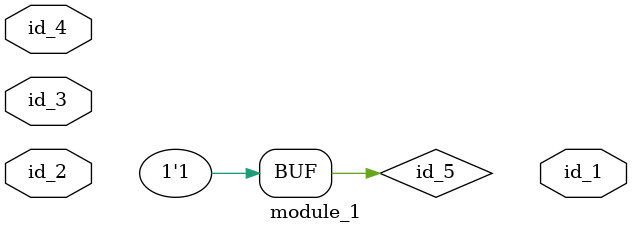
<source format=v>
module module_0 (
    id_1,
    id_2,
    id_3,
    id_4,
    id_5,
    id_6,
    id_7,
    id_8,
    id_9,
    id_10,
    id_11
);
  inout wire id_11;
  output wire id_10;
  output wire id_9;
  inout wire id_8;
  input wire id_7;
  input wire id_6;
  output wire id_5;
  output wire id_4;
  output wire id_3;
  output wire id_2;
  output wire id_1;
  wire id_12;
  assign id_5 = 1;
endmodule
module module_1 (
    id_1,
    id_2,
    id_3,
    id_4
);
  input wire id_4;
  input wire id_3;
  input wire id_2;
  output wire id_1;
  wire id_5;
  module_0 modCall_1 (
      id_5,
      id_5,
      id_5,
      id_5,
      id_5,
      id_2,
      id_3,
      id_5,
      id_5,
      id_5,
      id_5
  );
  assign id_5 = 1;
  wire id_6;
endmodule

</source>
